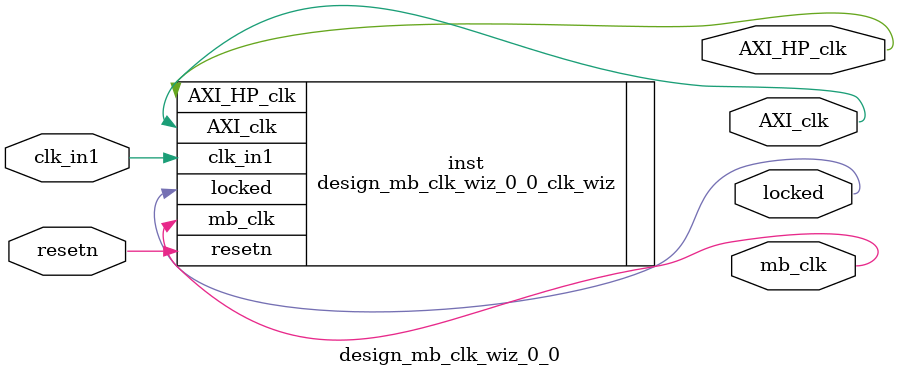
<source format=v>


`timescale 1ps/1ps

(* CORE_GENERATION_INFO = "design_mb_clk_wiz_0_0,clk_wiz_v6_0_3_0_0,{component_name=design_mb_clk_wiz_0_0,use_phase_alignment=true,use_min_o_jitter=false,use_max_i_jitter=false,use_dyn_phase_shift=false,use_inclk_switchover=false,use_dyn_reconfig=false,enable_axi=0,feedback_source=FDBK_AUTO,PRIMITIVE=MMCM,num_out_clk=3,clkin1_period=10.000,clkin2_period=10.000,use_power_down=false,use_reset=true,use_locked=true,use_inclk_stopped=false,feedback_type=SINGLE,CLOCK_MGR_TYPE=NA,manual_override=false}" *)

module design_mb_clk_wiz_0_0 
 (
  // Clock out ports
  output        AXI_clk,
  output        mb_clk,
  output        AXI_HP_clk,
  // Status and control signals
  input         resetn,
  output        locked,
 // Clock in ports
  input         clk_in1
 );

  design_mb_clk_wiz_0_0_clk_wiz inst
  (
  // Clock out ports  
  .AXI_clk(AXI_clk),
  .mb_clk(mb_clk),
  .AXI_HP_clk(AXI_HP_clk),
  // Status and control signals               
  .resetn(resetn), 
  .locked(locked),
 // Clock in ports
  .clk_in1(clk_in1)
  );

endmodule

</source>
